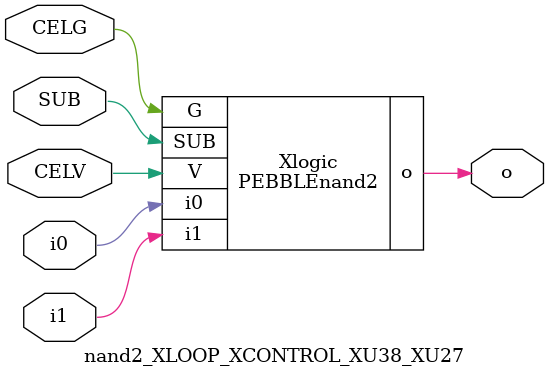
<source format=v>



module PEBBLEnand2 ( o, G, SUB, V, i0, i1 );

  input i0;
  input V;
  input i1;
  input G;
  output o;
  input SUB;
endmodule

//Celera Confidential Do Not Copy nand2_XLOOP_XCONTROL_XU38_XU27
//Celera Confidential Symbol Generator
//5V NAND2
module nand2_XLOOP_XCONTROL_XU38_XU27 (CELV,CELG,i0,i1,o,SUB);
input CELV;
input CELG;
input i0;
input i1;
input SUB;
output o;

//Celera Confidential Do Not Copy nand2
PEBBLEnand2 Xlogic(
.V (CELV),
.i0 (i0),
.i1 (i1),
.o (o),
.SUB (SUB),
.G (CELG)
);
//,diesize,PEBBLEnand2

//Celera Confidential Do Not Copy Module End
//Celera Schematic Generator
endmodule

</source>
